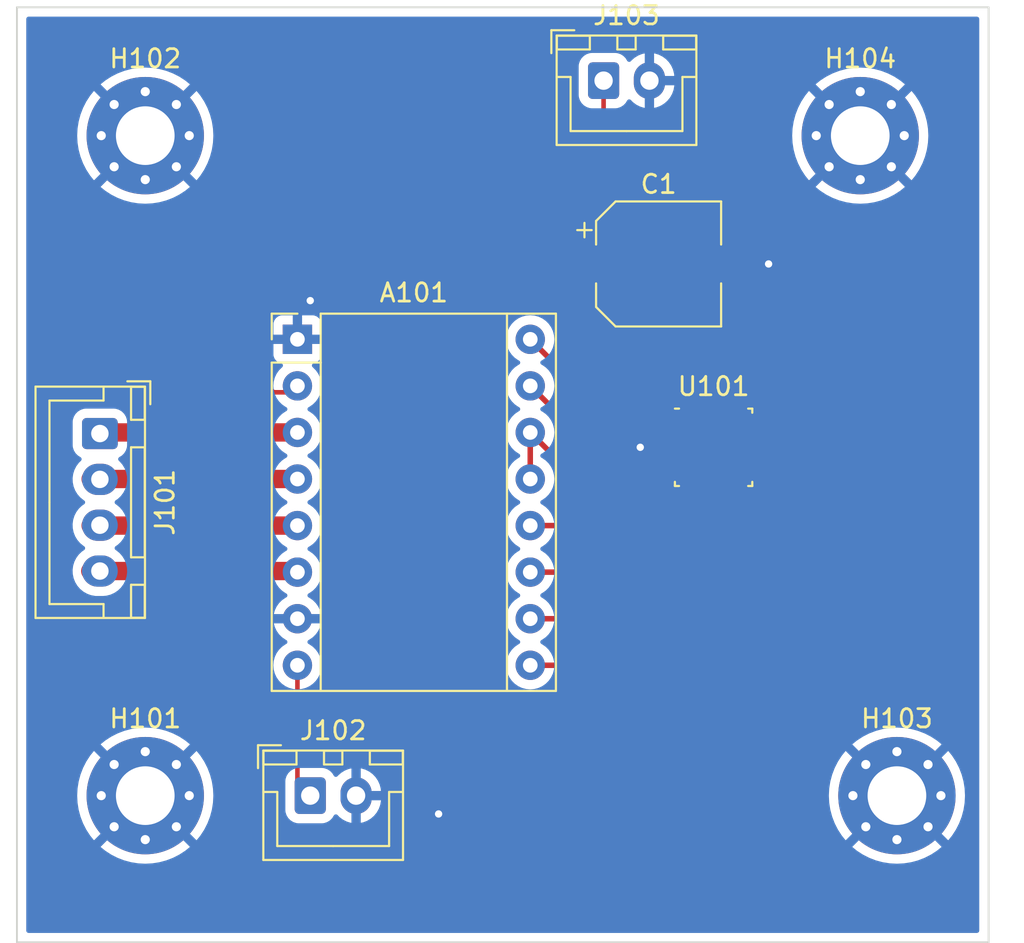
<source format=kicad_pcb>
(kicad_pcb (version 20211014) (generator pcbnew)
  (title_block (title "DRIVER_MOTOR"))
  (layers (0 "F.Cu" signal) (31 "B.Cu" signal) (34 "B.Paste" user) (35 "F.Paste" user) (36 "B.SilkS" user "B.Silkscreen") (37 "F.SilkS" user "F.Silkscreen") (38 "B.Mask" user) (39 "F.Mask" user) (44 "Edge.Cuts" user))
  (net 0 "")
  (net 1 "VCC_5V")
  (net 2 "/VMOT_12V")
  (net 3 "ENABLE")
  (net 4 "MS1")
  (net 5 "MS2")
  (net 6 "MS3")
  (net 7 "SLEEP")
  (net 8 "STEP")
  (net 9 "DIR")
  (net 17 "GND")
  (net 18 "/1B")
  (net 19 "/1A")
  (net 20 "/2A")
  (net 21 "/2B")
  (footprint "Capacitor_SMD:CP_Elec_6.3x7.7" (layer "F.Cu") (at 142 74)
    (fp_text reference "C1" (at 0 -4.35) (layer "F.SilkS"))
    (fp_text value "100µF")
    (fp_line (start -4.4375 -1.8475) (end -3.65 -1.8475) (layer "F.SilkS") (width 0.12))
    (fp_line (start -3.41 2.345563) (end -2.345563 3.41) (layer "F.SilkS") (width 0.12))
    (fp_line (start -2.345563 -3.41) (end 3.41 -3.41) (layer "F.SilkS") (width 0.12))
    (fp_line (start -3.41 -2.345563) (end -3.41 -1.06) (layer "F.SilkS") (width 0.12))
    (fp_line (start -3.41 2.345563) (end -3.41 1.06) (layer "F.SilkS") (width 0.12))
    (fp_line (start 3.41 -3.41) (end 3.41 -1.06) (layer "F.SilkS") (width 0.12))
    (fp_line (start -4.04375 -2.24125) (end -4.04375 -1.45375) (layer "F.SilkS") (width 0.12))
    (fp_line (start -3.41 -2.345563) (end -2.345563 -3.41) (layer "F.SilkS") (width 0.12))
    (fp_line (start 3.41 3.41) (end 3.41 1.06) (layer "F.SilkS") (width 0.12))
    (fp_line (start -2.345563 3.41) (end 3.41 3.41) (layer "F.SilkS") (width 0.12))
    (pad "1" smd roundrect (at -2.7 0) (size 3.5 1.6) (layers "F.Cu" "F.Paste" "F.Mask") (roundrect_rratio 0.15625) (net 1 "VCC_5V"))
    (pad "2" smd roundrect (at 2.7 0) (size 3.5 1.6) (layers "F.Cu" "F.Paste" "F.Mask") (roundrect_rratio 0.15625) (net 17 "GND"))
  )
  (footprint "MountingHole:MountingHole_3.2mm_M3_Pad_Via" (layer "F.Cu") (at 114 103)
    (fp_text reference "H101" (at 0 -4.2) (layer "F.SilkS"))
    (fp_text value "MountingHole_Pad")
    (pad "1" thru_hole circle (at -2.4 0) (size 0.8 0.8) (drill 0.5) (layers *.Cu *.Mask) (net 17 "GND"))
    (pad "1" thru_hole circle (at 1.697056 1.697056) (size 0.8 0.8) (drill 0.5) (layers *.Cu *.Mask) (net 17 "GND"))
    (pad "1" thru_hole circle (at 0 -2.4) (size 0.8 0.8) (drill 0.5) (layers *.Cu *.Mask) (net 17 "GND"))
    (pad "1" thru_hole circle (at 1.697056 -1.697056) (size 0.8 0.8) (drill 0.5) (layers *.Cu *.Mask) (net 17 "GND"))
    (pad "1" thru_hole circle (at 0 0) (size 6.4 6.4) (drill 3.2) (layers *.Cu *.Mask) (net 17 "GND"))
    (pad "1" thru_hole circle (at -1.697056 1.697056) (size 0.8 0.8) (drill 0.5) (layers *.Cu *.Mask) (net 17 "GND"))
    (pad "1" thru_hole circle (at -1.697056 -1.697056) (size 0.8 0.8) (drill 0.5) (layers *.Cu *.Mask) (net 17 "GND"))
    (pad "1" thru_hole circle (at 2.4 0) (size 0.8 0.8) (drill 0.5) (layers *.Cu *.Mask) (net 17 "GND"))
    (pad "1" thru_hole circle (at 0 2.4) (size 0.8 0.8) (drill 0.5) (layers *.Cu *.Mask) (net 17 "GND"))
  )
  (footprint "MountingHole:MountingHole_3.2mm_M3_Pad_Via" (layer "F.Cu") (at 114 67)
    (fp_text reference "H102" (at 0 -4.2) (layer "F.SilkS"))
    (fp_text value "MountingHole_Pad")
    (pad "1" thru_hole circle (at 2.4 0) (size 0.8 0.8) (drill 0.5) (layers *.Cu *.Mask) (net 17 "GND"))
    (pad "1" thru_hole circle (at -2.4 0) (size 0.8 0.8) (drill 0.5) (layers *.Cu *.Mask) (net 17 "GND"))
    (pad "1" thru_hole circle (at 1.697056 -1.697056) (size 0.8 0.8) (drill 0.5) (layers *.Cu *.Mask) (net 17 "GND"))
    (pad "1" thru_hole circle (at 0 -2.4) (size 0.8 0.8) (drill 0.5) (layers *.Cu *.Mask) (net 17 "GND"))
    (pad "1" thru_hole circle (at -1.697056 -1.697056) (size 0.8 0.8) (drill 0.5) (layers *.Cu *.Mask) (net 17 "GND"))
    (pad "1" thru_hole circle (at -1.697056 1.697056) (size 0.8 0.8) (drill 0.5) (layers *.Cu *.Mask) (net 17 "GND"))
    (pad "1" thru_hole circle (at 0 0) (size 6.4 6.4) (drill 3.2) (layers *.Cu *.Mask) (net 17 "GND"))
    (pad "1" thru_hole circle (at 0 2.4) (size 0.8 0.8) (drill 0.5) (layers *.Cu *.Mask) (net 17 "GND"))
    (pad "1" thru_hole circle (at 1.697056 1.697056) (size 0.8 0.8) (drill 0.5) (layers *.Cu *.Mask) (net 17 "GND"))
  )
  (footprint "MountingHole:MountingHole_3.2mm_M3_Pad_Via" (layer "F.Cu") (at 155 103)
    (fp_text reference "H103" (at 0 -4.2) (layer "F.SilkS"))
    (fp_text value "MountingHole_Pad")
    (pad "1" thru_hole circle (at -1.697056 1.697056) (size 0.8 0.8) (drill 0.5) (layers *.Cu *.Mask) (net 17 "GND"))
    (pad "1" thru_hole circle (at 2.4 0) (size 0.8 0.8) (drill 0.5) (layers *.Cu *.Mask) (net 17 "GND"))
    (pad "1" thru_hole circle (at 0 0) (size 6.4 6.4) (drill 3.2) (layers *.Cu *.Mask) (net 17 "GND"))
    (pad "1" thru_hole circle (at 0 2.4) (size 0.8 0.8) (drill 0.5) (layers *.Cu *.Mask) (net 17 "GND"))
    (pad "1" thru_hole circle (at 1.697056 -1.697056) (size 0.8 0.8) (drill 0.5) (layers *.Cu *.Mask) (net 17 "GND"))
    (pad "1" thru_hole circle (at -1.697056 -1.697056) (size 0.8 0.8) (drill 0.5) (layers *.Cu *.Mask) (net 17 "GND"))
    (pad "1" thru_hole circle (at -2.4 0) (size 0.8 0.8) (drill 0.5) (layers *.Cu *.Mask) (net 17 "GND"))
    (pad "1" thru_hole circle (at 0 -2.4) (size 0.8 0.8) (drill 0.5) (layers *.Cu *.Mask) (net 17 "GND"))
    (pad "1" thru_hole circle (at 1.697056 1.697056) (size 0.8 0.8) (drill 0.5) (layers *.Cu *.Mask) (net 17 "GND"))
  )
  (footprint "Connector_JST:JST_XH_B4B-XH-A_1x04_P2.50mm_Vertical" (layer "F.Cu") (at 111.525 83.25 -90)
    (fp_text reference "J101" (at 3.75 -3.55 90) (layer "F.SilkS"))
    (fp_text value "Conn_01x04 (Phases MOTEUR)")
    (fp_line (start -1.6 -2.75) (end -2.85 -2.75) (layer "F.SilkS") (width 0.12))
    (fp_line (start 0.75 -2.45) (end 0.75 -1.7) (layer "F.SilkS") (width 0.12))
    (fp_line (start 8.25 -2.45) (end 8.25 -1.7) (layer "F.SilkS") (width 0.12))
    (fp_line (start -0.75 -1.7) (end -0.75 -2.45) (layer "F.SilkS") (width 0.12))
    (fp_line (start -1.8 2.75) (end 3.75 2.75) (layer "F.SilkS") (width 0.12))
    (fp_line (start 10.05 -0.2) (end 9.3 -0.2) (layer "F.SilkS") (width 0.12))
    (fp_line (start -2.85 -2.75) (end -2.85 -1.5) (layer "F.SilkS") (width 0.12))
    (fp_line (start -2.56 -2.46) (end -2.56 3.51) (layer "F.SilkS") (width 0.12))
    (fp_line (start 6.75 -1.7) (end 6.75 -2.45) (layer "F.SilkS") (width 0.12))
    (fp_line (start -2.55 -1.7) (end -0.75 -1.7) (layer "F.SilkS") (width 0.12))
    (fp_line (start 10.05 -1.7) (end 10.05 -2.45) (layer "F.SilkS") (width 0.12))
    (fp_line (start -2.56 3.51) (end 10.06 3.51) (layer "F.SilkS") (width 0.12))
    (fp_line (start 10.05 -2.45) (end 8.25 -2.45) (layer "F.SilkS") (width 0.12))
    (fp_line (start -2.55 -2.45) (end -2.55 -1.7) (layer "F.SilkS") (width 0.12))
    (fp_line (start 8.25 -1.7) (end 10.05 -1.7) (layer "F.SilkS") (width 0.12))
    (fp_line (start 0.75 -1.7) (end 6.75 -1.7) (layer "F.SilkS") (width 0.12))
    (fp_line (start 9.3 -0.2) (end 9.3 2.75) (layer "F.SilkS") (width 0.12))
    (fp_line (start 10.06 3.51) (end 10.06 -2.46) (layer "F.SilkS") (width 0.12))
    (fp_line (start -0.75 -2.45) (end -2.55 -2.45) (layer "F.SilkS") (width 0.12))
    (fp_line (start -2.55 -0.2) (end -1.8 -0.2) (layer "F.SilkS") (width 0.12))
    (fp_line (start 10.06 -2.46) (end -2.56 -2.46) (layer "F.SilkS") (width 0.12))
    (fp_line (start 9.3 2.75) (end 3.75 2.75) (layer "F.SilkS") (width 0.12))
    (fp_line (start -1.8 -0.2) (end -1.8 2.75) (layer "F.SilkS") (width 0.12))
    (fp_line (start 6.75 -2.45) (end 0.75 -2.45) (layer "F.SilkS") (width 0.12))
    (pad "1" thru_hole roundrect (at 0 0 270) (size 1.7 1.95) (drill 0.95) (layers *.Cu *.Mask) (roundrect_rratio 0.147059) (net 18 "/1B"))
    (pad "2" thru_hole oval (at 2.5 0 270) (size 1.7 1.95) (drill 0.95) (layers *.Cu *.Mask) (net 19 "/1A"))
    (pad "3" thru_hole oval (at 5 0 270) (size 1.7 1.95) (drill 0.95) (layers *.Cu *.Mask) (net 20 "/2A"))
    (pad "4" thru_hole oval (at 7.5 0 270) (size 1.7 1.95) (drill 0.95) (layers *.Cu *.Mask) (net 21 "/2B"))
  )
  (footprint "Connector_JST:JST_XH_B2B-XH-A_1x02_P2.50mm_Vertical" (layer "F.Cu") (at 123 103)
    (fp_text reference "J102" (at 1.25 -3.55) (layer "F.SilkS"))
    (fp_text value "Conn_01x02(ALIM MOTEUR)")
    (fp_line (start -2.56 -2.46) (end -2.56 3.51) (layer "F.SilkS") (width 0.12))
    (fp_line (start 3.25 -2.45) (end 3.25 -1.7) (layer "F.SilkS") (width 0.12))
    (fp_line (start -1.6 -2.75) (end -2.85 -2.75) (layer "F.SilkS") (width 0.12))
    (fp_line (start 5.05 -0.2) (end 4.3 -0.2) (layer "F.SilkS") (width 0.12))
    (fp_line (start -2.55 -0.2) (end -1.8 -0.2) (layer "F.SilkS") (width 0.12))
    (fp_line (start -2.85 -2.75) (end -2.85 -1.5) (layer "F.SilkS") (width 0.12))
    (fp_line (start -2.56 3.51) (end 5.06 3.51) (layer "F.SilkS") (width 0.12))
    (fp_line (start 0.75 -2.45) (end 0.75 -1.7) (layer "F.SilkS") (width 0.12))
    (fp_line (start -0.75 -2.45) (end -2.55 -2.45) (layer "F.SilkS") (width 0.12))
    (fp_line (start 1.75 -1.7) (end 1.75 -2.45) (layer "F.SilkS") (width 0.12))
    (fp_line (start 3.25 -1.7) (end 5.05 -1.7) (layer "F.SilkS") (width 0.12))
    (fp_line (start 4.3 -0.2) (end 4.3 2.75) (layer "F.SilkS") (width 0.12))
    (fp_line (start -1.8 2.75) (end 1.25 2.75) (layer "F.SilkS") (width 0.12))
    (fp_line (start -1.8 -0.2) (end -1.8 2.75) (layer "F.SilkS") (width 0.12))
    (fp_line (start 0.75 -1.7) (end 1.75 -1.7) (layer "F.SilkS") (width 0.12))
    (fp_line (start 4.3 2.75) (end 1.25 2.75) (layer "F.SilkS") (width 0.12))
    (fp_line (start -2.55 -2.45) (end -2.55 -1.7) (layer "F.SilkS") (width 0.12))
    (fp_line (start -0.75 -1.7) (end -0.75 -2.45) (layer "F.SilkS") (width 0.12))
    (fp_line (start 5.05 -1.7) (end 5.05 -2.45) (layer "F.SilkS") (width 0.12))
    (fp_line (start -2.55 -1.7) (end -0.75 -1.7) (layer "F.SilkS") (width 0.12))
    (fp_line (start 5.06 -2.46) (end -2.56 -2.46) (layer "F.SilkS") (width 0.12))
    (fp_line (start 1.75 -2.45) (end 0.75 -2.45) (layer "F.SilkS") (width 0.12))
    (fp_line (start 5.05 -2.45) (end 3.25 -2.45) (layer "F.SilkS") (width 0.12))
    (fp_line (start 5.06 3.51) (end 5.06 -2.46) (layer "F.SilkS") (width 0.12))
    (pad "1" thru_hole roundrect (at 0 0) (size 1.7 2) (drill 1) (layers *.Cu *.Mask) (roundrect_rratio 0.147059) (net 2 "/VMOT_12V"))
    (pad "2" thru_hole oval (at 2.5 0) (size 1.7 2) (drill 1) (layers *.Cu *.Mask) (net 17 "GND"))
  )
  (footprint "Package_DFN_QFN:QFN-28_4x4mm_P0.5mm" (layer "F.Cu") (at 145 84)
    (fp_text reference "U101" (at 0 -3.32) (layer "F.SilkS"))
    (fp_text value "STM32G031G8U6")
    (fp_line (start 2.11 -2.11) (end 2.11 -1.885) (layer "F.SilkS") (width 0.12))
    (fp_line (start -1.885 -2.11) (end -2.11 -2.11) (layer "F.SilkS") (width 0.12))
    (fp_line (start -2.11 2.11) (end -2.11 1.885) (layer "F.SilkS") (width 0.12))
    (fp_line (start 1.885 -2.11) (end 2.11 -2.11) (layer "F.SilkS") (width 0.12))
    (fp_line (start 1.885 2.11) (end 2.11 2.11) (layer "F.SilkS") (width 0.12))
    (fp_line (start 2.11 2.11) (end 2.11 1.885) (layer "F.SilkS") (width 0.12))
    (fp_line (start -1.885 2.11) (end -2.11 2.11) (layer "F.SilkS") (width 0.12))
    (pad "1" smd custom (at -1.9975 -1.5) (size 0.136863 0.136863) (layers "F.Cu" "F.Paste" "F.Mask") (options (clearance outline) (anchor circle)) (primitives (gr_poly (pts (xy 0.3325 0.05364) (xy 0.3325 0.08) (xy -0.3325 0.08) (xy -0.3325 -0.08) (xy 0.19886 -0.08)) (width 0.09) (fill yes))))
    (pad "2" smd roundrect (at -1.9375 -1) (size 0.875 0.25) (layers "F.Cu" "F.Paste" "F.Mask"))
    (pad "3" smd roundrect (at -1.9375 -0.5) (size 0.875 0.25) (layers "F.Cu" "F.Paste" "F.Mask") (net 1 "VCC_5V"))
    (pad "4" smd roundrect (at -1.9375 0) (size 0.875 0.25) (layers "F.Cu" "F.Paste" "F.Mask") (net 17 "GND"))
    (pad "5" smd roundrect (at -1.9375 0.5) (size 0.875 0.25) (layers "F.Cu" "F.Paste" "F.Mask"))
    (pad "6" smd roundrect (at -1.9375 1) (size 0.875 0.25) (layers "F.Cu" "F.Paste" "F.Mask") (net 9 "DIR"))
    (pad "7" smd custom (at -1.9975 1.5) (size 0.136863 0.136863) (layers "F.Cu" "F.Paste" "F.Mask") (net 8 "STEP") (options (clearance outline) (anchor circle)) (primitives (gr_poly (pts (xy 0.3325 -0.05364) (xy 0.19886 0.08) (xy -0.3325 0.08) (xy -0.3325 -0.08) (xy 0.3325 -0.08)) (width 0.09) (fill yes))))
    (pad "8" smd custom (at -1.5 1.9975) (size 0.136863 0.136863) (layers "F.Cu" "F.Paste" "F.Mask") (options (clearance outline) (anchor circle)) (primitives (gr_poly (pts (xy 0.08 0.3325) (xy -0.08 0.3325) (xy -0.08 -0.19886) (xy 0.05364 -0.3325) (xy 0.08 -0.3325)) (width 0.09) (fill yes))))
    (pad "9" smd roundrect (at -1 1.9375) (size 0.25 0.875) (layers "F.Cu" "F.Paste" "F.Mask") (net 7 "SLEEP"))
    (pad "10" smd roundrect (at -0.5 1.9375) (size 0.25 0.875) (layers "F.Cu" "F.Paste" "F.Mask"))
    (pad "11" smd roundrect (at 0 1.9375) (size 0.25 0.875) (layers "F.Cu" "F.Paste" "F.Mask") (net 6 "MS3"))
    (pad "12" smd roundrect (at 0.5 1.9375) (size 0.25 0.875) (layers "F.Cu" "F.Paste" "F.Mask") (net 5 "MS2"))
    (pad "13" smd roundrect (at 1 1.9375) (size 0.25 0.875) (layers "F.Cu" "F.Paste" "F.Mask") (net 4 "MS1"))
    (pad "14" smd custom (at 1.5 1.9975) (size 0.136863 0.136863) (layers "F.Cu" "F.Paste" "F.Mask") (net 3 "ENABLE") (options (clearance outline) (anchor circle)) (primitives (gr_poly (pts (xy 0.08 -0.19886) (xy 0.08 0.3325) (xy -0.08 0.3325) (xy -0.08 -0.3325) (xy -0.05364 -0.3325)) (width 0.09) (fill yes))))
    (pad "15" smd custom (at 1.9975 1.5) (size 0.136863 0.136863) (layers "F.Cu" "F.Paste" "F.Mask") (options (clearance outline) (anchor circle)) (primitives (gr_poly (pts (xy 0.3325 0.08) (xy -0.19886 0.08) (xy -0.3325 -0.05364) (xy -0.3325 -0.08) (xy 0.3325 -0.08)) (width 0.09) (fill yes))))
    (pad "16" smd roundrect (at 1.9375 1) (size 0.875 0.25) (layers "F.Cu" "F.Paste" "F.Mask"))
    (pad "17" smd roundrect (at 1.9375 0.5) (size 0.875 0.25) (layers "F.Cu" "F.Paste" "F.Mask"))
    (pad "18" smd roundrect (at 1.9375 0) (size 0.875 0.25) (layers "F.Cu" "F.Paste" "F.Mask"))
    (pad "19" smd roundrect (at 1.9375 -0.5) (size 0.875 0.25) (layers "F.Cu" "F.Paste" "F.Mask"))
    (pad "20" smd roundrect (at 1.9375 -1) (size 0.875 0.25) (layers "F.Cu" "F.Paste" "F.Mask"))
    (pad "21" smd custom (at 1.9975 -1.5) (size 0.136863 0.136863) (layers "F.Cu" "F.Paste" "F.Mask") (options (clearance outline) (anchor circle)) (primitives (gr_poly (pts (xy 0.3325 0.08) (xy -0.3325 0.08) (xy -0.3325 0.05364) (xy -0.19886 -0.08) (xy 0.3325 -0.08)) (width 0.09) (fill yes))))
    (pad "22" smd custom (at 1.5 -1.9975) (size 0.136863 0.136863) (layers "F.Cu" "F.Paste" "F.Mask") (options (clearance outline) (anchor circle)) (primitives (gr_poly (pts (xy 0.08 0.19886) (xy -0.05364 0.3325) (xy -0.08 0.3325) (xy -0.08 -0.3325) (xy 0.08 -0.3325)) (width 0.09) (fill yes))))
    (pad "23" smd roundrect (at 1 -1.9375) (size 0.25 0.875) (layers "F.Cu" "F.Paste" "F.Mask"))
    (pad "24" smd roundrect (at 0.5 -1.9375) (size 0.25 0.875) (layers "F.Cu" "F.Paste" "F.Mask"))
    (pad "25" smd roundrect (at 0 -1.9375) (size 0.25 0.875) (layers "F.Cu" "F.Paste" "F.Mask"))
    (pad "26" smd roundrect (at -0.5 -1.9375) (size 0.25 0.875) (layers "F.Cu" "F.Paste" "F.Mask"))
    (pad "27" smd roundrect (at -1 -1.9375) (size 0.25 0.875) (layers "F.Cu" "F.Paste" "F.Mask"))
    (pad "28" smd custom (at -1.5 -1.9975) (size 0.136863 0.136863) (layers "F.Cu" "F.Paste" "F.Mask") (options (clearance outline) (anchor circle)) (primitives (gr_poly (pts (xy 0.08 0.3325) (xy 0.05364 0.3325) (xy -0.08 0.19886) (xy -0.08 -0.3325) (xy 0.08 -0.3325)) (width 0.09) (fill yes))))
  )
  (footprint "Module:Pololu_Breakout-16_15.2x20.3mm" (layer "F.Cu") (at 122.3 78.11)
    (fp_text reference "A101" (at 6.35 -2.54) (layer "F.SilkS"))
    (fp_text value "Pololu_Breakout_A4988")
    (fp_line (start 1.27 -1.4) (end 1.27 1.27) (layer "F.SilkS") (width 0.12))
    (fp_line (start 11.43 -1.4) (end 11.43 19.18) (layer "F.SilkS") (width 0.12))
    (fp_line (start -1.4 1.27) (end -1.4 19.18) (layer "F.SilkS") (width 0.12))
    (fp_line (start 0 -1.4) (end -1.4 -1.4) (layer "F.SilkS") (width 0.12))
    (fp_line (start 14.1 19.18) (end 14.1 -1.4) (layer "F.SilkS") (width 0.12))
    (fp_line (start 1.27 1.27) (end 1.27 19.18) (layer "F.SilkS") (width 0.12))
    (fp_line (start -1.4 -1.4) (end -1.4 0) (layer "F.SilkS") (width 0.12))
    (fp_line (start 14.1 -1.4) (end 1.27 -1.4) (layer "F.SilkS") (width 0.12))
    (fp_line (start 1.27 1.27) (end -1.4 1.27) (layer "F.SilkS") (width 0.12))
    (fp_line (start -1.4 19.18) (end 14.1 19.18) (layer "F.SilkS") (width 0.12))
    (pad "1" thru_hole rect (at 0 0) (size 1.6 1.6) (drill 0.8) (layers *.Cu *.Mask) (net 17 "GND"))
    (pad "2" thru_hole oval (at 0 2.54) (size 1.6 1.6) (drill 0.8) (layers *.Cu *.Mask) (net 1 "VCC_5V"))
    (pad "3" thru_hole oval (at 0 5.08) (size 1.6 1.6) (drill 0.8) (layers *.Cu *.Mask) (net 18 "/1B"))
    (pad "4" thru_hole oval (at 0 7.62) (size 1.6 1.6) (drill 0.8) (layers *.Cu *.Mask) (net 19 "/1A"))
    (pad "5" thru_hole oval (at 0 10.16) (size 1.6 1.6) (drill 0.8) (layers *.Cu *.Mask) (net 20 "/2A"))
    (pad "6" thru_hole oval (at 0 12.7) (size 1.6 1.6) (drill 0.8) (layers *.Cu *.Mask) (net 21 "/2B"))
    (pad "7" thru_hole oval (at 0 15.24) (size 1.6 1.6) (drill 0.8) (layers *.Cu *.Mask) (net 17 "GND"))
    (pad "8" thru_hole oval (at 0 17.78) (size 1.6 1.6) (drill 0.8) (layers *.Cu *.Mask) (net 2 "/VMOT_12V"))
    (pad "9" thru_hole oval (at 12.7 17.78) (size 1.6 1.6) (drill 0.8) (layers *.Cu *.Mask) (net 3 "ENABLE"))
    (pad "10" thru_hole oval (at 12.7 15.24) (size 1.6 1.6) (drill 0.8) (layers *.Cu *.Mask) (net 4 "MS1"))
    (pad "11" thru_hole oval (at 12.7 12.7) (size 1.6 1.6) (drill 0.8) (layers *.Cu *.Mask) (net 5 "MS2"))
    (pad "12" thru_hole oval (at 12.7 10.16) (size 1.6 1.6) (drill 0.8) (layers *.Cu *.Mask) (net 6 "MS3"))
    (pad "13" thru_hole oval (at 12.7 7.62) (size 1.6 1.6) (drill 0.8) (layers *.Cu *.Mask) (net 7 "SLEEP"))
    (pad "14" thru_hole oval (at 12.7 5.08) (size 1.6 1.6) (drill 0.8) (layers *.Cu *.Mask) (net 7 "SLEEP"))
    (pad "15" thru_hole oval (at 12.7 2.54) (size 1.6 1.6) (drill 0.8) (layers *.Cu *.Mask) (net 8 "STEP"))
    (pad "16" thru_hole oval (at 12.7 0) (size 1.6 1.6) (drill 0.8) (layers *.Cu *.Mask) (net 9 "DIR"))
  )
  (footprint "Connector_JST:JST_XH_B2B-XH-A_1x02_P2.50mm_Vertical" (layer "F.Cu") (at 139 64)
    (fp_text reference "J103" (at 1.25 -3.55) (layer "F.SilkS"))
    (fp_text value "Conn_01x02 (ALIM processeur)")
    (fp_line (start 0.75 -2.45) (end 0.75 -1.7) (layer "F.SilkS") (width 0.12))
    (fp_line (start -1.8 -0.2) (end -1.8 2.75) (layer "F.SilkS") (width 0.12))
    (fp_line (start 5.05 -1.7) (end 5.05 -2.45) (layer "F.SilkS") (width 0.12))
    (fp_line (start -1.8 2.75) (end 1.25 2.75) (layer "F.SilkS") (width 0.12))
    (fp_line (start 5.06 3.51) (end 5.06 -2.46) (layer "F.SilkS") (width 0.12))
    (fp_line (start -0.75 -1.7) (end -0.75 -2.45) (layer "F.SilkS") (width 0.12))
    (fp_line (start 5.05 -0.2) (end 4.3 -0.2) (layer "F.SilkS") (width 0.12))
    (fp_line (start -2.56 -2.46) (end -2.56 3.51) (layer "F.SilkS") (width 0.12))
    (fp_line (start 0.75 -1.7) (end 1.75 -1.7) (layer "F.SilkS") (width 0.12))
    (fp_line (start 5.06 -2.46) (end -2.56 -2.46) (layer "F.SilkS") (width 0.12))
    (fp_line (start 4.3 2.75) (end 1.25 2.75) (layer "F.SilkS") (width 0.12))
    (fp_line (start 4.3 -0.2) (end 4.3 2.75) (layer "F.SilkS") (width 0.12))
    (fp_line (start -2.56 3.51) (end 5.06 3.51) (layer "F.SilkS") (width 0.12))
    (fp_line (start 1.75 -1.7) (end 1.75 -2.45) (layer "F.SilkS") (width 0.12))
    (fp_line (start -2.85 -2.75) (end -2.85 -1.5) (layer "F.SilkS") (width 0.12))
    (fp_line (start 3.25 -1.7) (end 5.05 -1.7) (layer "F.SilkS") (width 0.12))
    (fp_line (start 3.25 -2.45) (end 3.25 -1.7) (layer "F.SilkS") (width 0.12))
    (fp_line (start 1.75 -2.45) (end 0.75 -2.45) (layer "F.SilkS") (width 0.12))
    (fp_line (start -0.75 -2.45) (end -2.55 -2.45) (layer "F.SilkS") (width 0.12))
    (fp_line (start -2.55 -0.2) (end -1.8 -0.2) (layer "F.SilkS") (width 0.12))
    (fp_line (start -1.6 -2.75) (end -2.85 -2.75) (layer "F.SilkS") (width 0.12))
    (fp_line (start -2.55 -1.7) (end -0.75 -1.7) (layer "F.SilkS") (width 0.12))
    (fp_line (start 5.05 -2.45) (end 3.25 -2.45) (layer "F.SilkS") (width 0.12))
    (fp_line (start -2.55 -2.45) (end -2.55 -1.7) (layer "F.SilkS") (width 0.12))
    (pad "1" thru_hole roundrect (at 0 0) (size 1.7 2) (drill 1) (layers *.Cu *.Mask) (roundrect_rratio 0.147059) (net 1 "VCC_5V"))
    (pad "2" thru_hole oval (at 2.5 0) (size 1.7 2) (drill 1) (layers *.Cu *.Mask) (net 17 "GND"))
  )
  (footprint "MountingHole:MountingHole_3.2mm_M3_Pad_Via" (layer "F.Cu") (at 153 67)
    (fp_text reference "H104" (at 0 -4.2) (layer "F.SilkS"))
    (fp_text value "MountingHole_Pad")
    (pad "1" thru_hole circle (at -2.4 0) (size 0.8 0.8) (drill 0.5) (layers *.Cu *.Mask) (net 17 "GND"))
    (pad "1" thru_hole circle (at 0 2.4) (size 0.8 0.8) (drill 0.5) (layers *.Cu *.Mask) (net 17 "GND"))
    (pad "1" thru_hole circle (at 1.697056 1.697056) (size 0.8 0.8) (drill 0.5) (layers *.Cu *.Mask) (net 17 "GND"))
    (pad "1" thru_hole circle (at 2.4 0) (size 0.8 0.8) (drill 0.5) (layers *.Cu *.Mask) (net 17 "GND"))
    (pad "1" thru_hole circle (at -1.697056 1.697056) (size 0.8 0.8) (drill 0.5) (layers *.Cu *.Mask) (net 17 "GND"))
    (pad "1" thru_hole circle (at 0 -2.4) (size 0.8 0.8) (drill 0.5) (layers *.Cu *.Mask) (net 17 "GND"))
    (pad "1" thru_hole circle (at -1.697056 -1.697056) (size 0.8 0.8) (drill 0.5) (layers *.Cu *.Mask) (net 17 "GND"))
    (pad "1" thru_hole circle (at 0 0) (size 6.4 6.4) (drill 3.2) (layers *.Cu *.Mask) (net 17 "GND"))
    (pad "1" thru_hole circle (at 1.697056 -1.697056) (size 0.8 0.8) (drill 0.5) (layers *.Cu *.Mask) (net 17 "GND"))
  )
  (gr_line (start 160 111) (end 107 111) (layer "Edge.Cuts") (width 0.1))
  (gr_line (start 107 111) (end 107 60) (layer "Edge.Cuts") (width 0.1))
  (gr_line (start 107 60) (end 160 60) (layer "Edge.Cuts") (width 0.1))
  (gr_line (start 160 60) (end 160 111) (layer "Edge.Cuts") (width 0.1))
  (segment (start 123 74) (end 120 77) (width 0.25) (layer "F.Cu") (net 1))
  (segment (start 139 73.7) (end 139.3 74) (width 0.25) (layer "F.Cu") (net 1))
  (segment (start 139.3 74) (end 139.3 80.3) (width 0.25) (layer "F.Cu") (net 1))
  (segment (start 120 77) (end 120 80) (width 0.25) (layer "F.Cu") (net 1))
  (segment (start 142.500001 83.500001) (end 143.0085 83.500001) (width 0.25) (layer "F.Cu") (net 1))
  (segment (start 121.95 81) (end 122.3 80.65) (width 0.25) (layer "F.Cu") (net 1))
  (segment (start 139.3 74) (end 123 74) (width 0.25) (layer "F.Cu") (net 1))
  (segment (start 120 80) (end 121 81) (width 0.25) (layer "F.Cu") (net 1))
  (segment (start 121 81) (end 121.95 81) (width 0.25) (layer "F.Cu") (net 1))
  (segment (start 139.3 80.3) (end 142.500001 83.500001) (width 0.25) (layer "F.Cu") (net 1))
  (segment (start 139 64) (end 139 73.7) (width 0.25) (layer "F.Cu") (net 1))
  (segment (start 122.3 102.3) (end 122.3 95.89) (width 0.25) (layer "F.Cu") (net 2))
  (segment (start 123 103) (end 122.3 102.3) (width 0.25) (layer "F.Cu") (net 2))
  (segment (start 146.5 91.5) (end 142.11 95.89) (width 0.3) (layer "F.Cu") (net 3))
  (segment (start 146.5 86.0169) (end 146.5 91.5) (width 0.3) (layer "F.Cu") (net 3))
  (segment (start 142.11 95.89) (end 135 95.89) (width 0.3) (layer "F.Cu") (net 3))
  (segment (start 143.65 93.35) (end 135 93.35) (width 0.3) (layer "F.Cu") (net 4))
  (segment (start 146.000001 90.999999) (end 143.65 93.35) (width 0.3) (layer "F.Cu") (net 4))
  (segment (start 146.000001 85.9915) (end 146.000001 90.999999) (width 0.3) (layer "F.Cu") (net 4))
  (segment (start 135 90.81) (end 141.897106 90.81) (width 0.3) (layer "F.Cu") (net 5))
  (segment (start 141.897106 90.81) (end 145.499999 87.207107) (width 0.3) (layer "F.Cu") (net 5))
  (segment (start 145.499999 87.207107) (end 145.499999 85.9915) (width 0.3) (layer "F.Cu") (net 5))
  (segment (start 145 87) (end 143.73 88.27) (width 0.3) (layer "F.Cu") (net 6))
  (segment (start 145 85.9915) (end 145 87) (width 0.3) (layer "F.Cu") (net 6))
  (segment (start 143.73 88.27) (end 135 88.27) (width 0.3) (layer "F.Cu") (net 6))
  (segment (start 143.999999 86.6447) (end 143.644699 87) (width 0.3) (layer "F.Cu") (net 7))
  (segment (start 143.644699 87) (end 138.81 87) (width 0.3) (layer "F.Cu") (net 7))
  (segment (start 135 83) (end 135 83.19) (width 0.3) (layer "F.Cu") (net 7))
  (segment (start 143.999999 85.9915) (end 143.999999 86.6447) (width 0.3) (layer "F.Cu") (net 7))
  (segment (start 138.81 87) (end 135 83.19) (width 0.3) (layer "F.Cu") (net 7))
  (segment (start 135 83.19) (end 135 85.73) (width 0.3) (layer "F.Cu") (net 7))
  (segment (start 135 80.65) (end 139.85 85.5) (width 0.3) (layer "F.Cu") (net 8))
  (segment (start 139.85 85.5) (end 142.9831 85.5) (width 0.3) (layer "F.Cu") (net 8))
  (segment (start 137.028553 80.138553) (end 137.028553 81.971447) (width 0.3) (layer "F.Cu") (net 9))
  (segment (start 135 78.11) (end 137.028553 80.138553) (width 0.3) (layer "F.Cu") (net 9))
  (segment (start 137.028553 81.971447) (end 140.057107 85.000001) (width 0.3) (layer "F.Cu") (net 9))
  (segment (start 140.057107 85.000001) (end 143.0085 85.000001) (width 0.3) (layer "F.Cu") (net 9))
  (segment (start 129 103) (end 130 104) (width 0.25) (layer "F.Cu") (net 17))
  (segment (start 122.3 78.11) (end 122.3 76.7) (width 0.25) (layer "F.Cu") (net 17))
  (segment (start 144.7 74) (end 148 74) (width 0.3) (layer "F.Cu") (net 17))
  (segment (start 125.5 103) (end 129 103) (width 0.25) (layer "F.Cu") (net 17))
  (segment (start 122.3 76.7) (end 123 76) (width 0.25) (layer "F.Cu") (net 17))
  (segment (start 143.0085 84) (end 142 84) (width 0.3) (layer "F.Cu") (net 17))
  (segment (start 142 84) (end 141 84) (width 0.3) (layer "F.Cu") (net 17))
  (via (at 148 74) (size 0.8) (drill 0.4) (layers "F.Cu" "B.Cu") (net 17))
  (via (at 123 76) (size 0.8) (drill 0.4) (layers "F.Cu" "B.Cu") (net 17))
  (via (at 141 84) (size 0.8) (drill 0.4) (layers "F.Cu" "B.Cu") (net 17))
  (via (at 130 104) (size 0.8) (drill 0.4) (layers "F.Cu" "B.Cu") (net 17))
  (segment (start 122.3 83.19) (end 111.06 83.19) (width 1) (layer "F.Cu") (net 18))
  (segment (start 111.06 83.19) (end 111 83.25) (width 0.25) (layer "F.Cu") (net 18))
  (segment (start 111.02 85.73) (end 111 85.75) (width 0.25) (layer "F.Cu") (net 19))
  (segment (start 122.3 85.73) (end 111.02 85.73) (width 1) (layer "F.Cu") (net 19))
  (segment (start 122.3 88.27) (end 111.02 88.27) (width 1) (layer "F.Cu") (net 20))
  (segment (start 111.02 88.27) (end 111 88.25) (width 0.25) (layer "F.Cu") (net 20))
  (segment (start 122.24 90.75) (end 122.3 90.81) (width 0.25) (layer "F.Cu") (net 21))
  (segment (start 111 90.75) (end 122.24 90.75) (width 1) (layer "F.Cu") (net 21))
  (zone (net 17) (net_name "GND") (layer "B.Cu") (connect_pads (clearance 0.508)) (min_thickness 0.254) (fill yes (thermal_gap 0.508) (thermal_bridge_width 0.508))
    (polygon (pts (xy 160 111) (xy 107 111) (xy 107 60) (xy 160 60)))
  )
)
</source>
